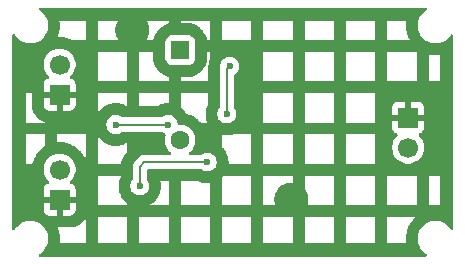
<source format=gbr>
%TF.GenerationSoftware,KiCad,Pcbnew,9.0.2*%
%TF.CreationDate,2025-06-14T21:55:15+08:00*%
%TF.ProjectId,Tiny Solar Supply,54696e79-2053-46f6-9c61-722053757070,rev?*%
%TF.SameCoordinates,Original*%
%TF.FileFunction,Copper,L2,Bot*%
%TF.FilePolarity,Positive*%
%FSLAX46Y46*%
G04 Gerber Fmt 4.6, Leading zero omitted, Abs format (unit mm)*
G04 Created by KiCad (PCBNEW 9.0.2) date 2025-06-14 21:55:15*
%MOMM*%
%LPD*%
G01*
G04 APERTURE LIST*
G04 Aperture macros list*
%AMRoundRect*
0 Rectangle with rounded corners*
0 $1 Rounding radius*
0 $2 $3 $4 $5 $6 $7 $8 $9 X,Y pos of 4 corners*
0 Add a 4 corners polygon primitive as box body*
4,1,4,$2,$3,$4,$5,$6,$7,$8,$9,$2,$3,0*
0 Add four circle primitives for the rounded corners*
1,1,$1+$1,$2,$3*
1,1,$1+$1,$4,$5*
1,1,$1+$1,$6,$7*
1,1,$1+$1,$8,$9*
0 Add four rect primitives between the rounded corners*
20,1,$1+$1,$2,$3,$4,$5,0*
20,1,$1+$1,$4,$5,$6,$7,0*
20,1,$1+$1,$6,$7,$8,$9,0*
20,1,$1+$1,$8,$9,$2,$3,0*%
G04 Aperture macros list end*
%TA.AperFunction,ComponentPad*%
%ADD10RoundRect,0.250000X-0.550000X0.550000X-0.550000X-0.550000X0.550000X-0.550000X0.550000X0.550000X0*%
%TD*%
%TA.AperFunction,ComponentPad*%
%ADD11C,1.600000*%
%TD*%
%TA.AperFunction,ComponentPad*%
%ADD12R,1.700000X1.700000*%
%TD*%
%TA.AperFunction,ComponentPad*%
%ADD13C,1.700000*%
%TD*%
%TA.AperFunction,ViaPad*%
%ADD14C,0.600000*%
%TD*%
%TA.AperFunction,Conductor*%
%ADD15C,0.200000*%
%TD*%
G04 APERTURE END LIST*
D10*
%TO.P,J3,1,Pin_1*%
%TO.N,Net-(J3-Pin_1)*%
X88887500Y-87672500D03*
D11*
%TO.P,J3,2,Pin_2*%
%TO.N,/BAT_P*%
X88887500Y-95292500D03*
%TD*%
D12*
%TO.P,J2,1,Pin_1*%
%TO.N,GNDD*%
X78680000Y-100335000D03*
D13*
%TO.P,J2,2,Pin_2*%
%TO.N,/BAT_P*%
X78680000Y-97795000D03*
%TD*%
D12*
%TO.P,J1,1,Pin_1*%
%TO.N,GNDD*%
X108187800Y-93390800D03*
D13*
%TO.P,J1,2,Pin_2*%
%TO.N,/OUT_P*%
X108187800Y-95930800D03*
%TD*%
%TO.P,J4,2,Pin_2*%
%TO.N,/SOLAR_P*%
X78680000Y-88905000D03*
D12*
%TO.P,J4,1,Pin_1*%
%TO.N,GNDD*%
X78680000Y-91445000D03*
%TD*%
D14*
%TO.N,Net-(Q1-D)*%
X85471000Y-99187000D03*
X91186000Y-97155000D03*
%TO.N,/BAT_P*%
X87884000Y-93980000D03*
X83439000Y-93980000D03*
%TO.N,GNDD*%
X84836000Y-85979000D03*
X98298000Y-100330000D03*
%TO.N,Net-(U1-FB)*%
X93091000Y-89027000D03*
X92837000Y-93091000D03*
%TD*%
D15*
%TO.N,Net-(Q1-D)*%
X85471000Y-97536000D02*
X85471000Y-99187000D01*
X91186000Y-97155000D02*
X85852000Y-97155000D01*
X85852000Y-97155000D02*
X85471000Y-97536000D01*
%TO.N,/BAT_P*%
X83439000Y-93980000D02*
X87884000Y-93980000D01*
%TO.N,Net-(U1-FB)*%
X92837000Y-93091000D02*
X92837000Y-89281000D01*
X92837000Y-89281000D02*
X93091000Y-89027000D01*
%TD*%
%TA.AperFunction,Conductor*%
%TO.N,GNDD*%
G36*
X109742424Y-84093685D02*
G01*
X109788179Y-84146489D01*
X109798123Y-84215647D01*
X109769098Y-84279203D01*
X109731681Y-84308484D01*
X109719569Y-84314655D01*
X109624028Y-84384070D01*
X109528490Y-84453483D01*
X109528488Y-84453485D01*
X109528487Y-84453485D01*
X109361485Y-84620487D01*
X109361485Y-84620488D01*
X109361483Y-84620490D01*
X109301862Y-84702550D01*
X109222657Y-84811566D01*
X109115433Y-85022003D01*
X109042446Y-85246631D01*
X109005500Y-85479902D01*
X109005500Y-85716097D01*
X109042446Y-85949368D01*
X109115433Y-86173996D01*
X109207704Y-86355087D01*
X109222657Y-86384433D01*
X109361483Y-86575510D01*
X109528490Y-86742517D01*
X109719567Y-86881343D01*
X109818991Y-86932002D01*
X109930003Y-86988566D01*
X109930005Y-86988566D01*
X109930008Y-86988568D01*
X110050412Y-87027689D01*
X110154631Y-87061553D01*
X110387903Y-87098500D01*
X110387908Y-87098500D01*
X110624097Y-87098500D01*
X110857368Y-87061553D01*
X111081992Y-86988568D01*
X111292433Y-86881343D01*
X111483510Y-86742517D01*
X111650517Y-86575510D01*
X111789343Y-86384433D01*
X111789343Y-86384431D01*
X111789682Y-86383966D01*
X111845012Y-86341301D01*
X111914626Y-86335322D01*
X111976421Y-86367928D01*
X112010778Y-86428767D01*
X112014000Y-86456852D01*
X112014000Y-102773147D01*
X111994315Y-102840186D01*
X111941511Y-102885941D01*
X111872353Y-102895885D01*
X111808797Y-102866860D01*
X111789682Y-102846033D01*
X111757243Y-102801385D01*
X111650517Y-102654490D01*
X111483510Y-102487483D01*
X111292433Y-102348657D01*
X111081996Y-102241433D01*
X110857368Y-102168446D01*
X110624097Y-102131500D01*
X110624092Y-102131500D01*
X110387908Y-102131500D01*
X110387903Y-102131500D01*
X110154631Y-102168446D01*
X109930003Y-102241433D01*
X109719566Y-102348657D01*
X109610550Y-102427862D01*
X109528490Y-102487483D01*
X109528488Y-102487485D01*
X109528487Y-102487485D01*
X109361485Y-102654487D01*
X109361485Y-102654488D01*
X109361483Y-102654490D01*
X109334054Y-102692243D01*
X109222657Y-102845566D01*
X109115433Y-103056003D01*
X109042446Y-103280631D01*
X109005500Y-103513902D01*
X109005500Y-103750097D01*
X109042446Y-103983368D01*
X109115433Y-104207996D01*
X109206541Y-104386804D01*
X109222657Y-104418433D01*
X109361483Y-104609510D01*
X109528490Y-104776517D01*
X109719567Y-104915343D01*
X109719569Y-104915344D01*
X109731681Y-104921516D01*
X109782477Y-104969491D01*
X109799271Y-105037312D01*
X109776733Y-105103447D01*
X109722017Y-105146898D01*
X109675385Y-105156000D01*
X77030615Y-105156000D01*
X76963576Y-105136315D01*
X76917821Y-105083511D01*
X76907877Y-105014353D01*
X76936902Y-104950797D01*
X76974319Y-104921516D01*
X76980813Y-104918206D01*
X76986433Y-104915343D01*
X77177510Y-104776517D01*
X77344517Y-104609510D01*
X77483343Y-104418433D01*
X77590568Y-104207992D01*
X77663553Y-103983368D01*
X77671043Y-103936076D01*
X77700500Y-103750097D01*
X77700500Y-103513902D01*
X77663553Y-103280631D01*
X77595606Y-103071513D01*
X77590568Y-103056008D01*
X77590566Y-103056005D01*
X77590566Y-103056003D01*
X77515397Y-102908477D01*
X77483343Y-102845567D01*
X77365231Y-102683000D01*
X78516290Y-102683000D01*
X78520118Y-102692243D01*
X78521891Y-102696774D01*
X78532075Y-102724383D01*
X78533668Y-102728977D01*
X78618768Y-102990883D01*
X78620182Y-102995546D01*
X78628185Y-103023925D01*
X78629416Y-103028644D01*
X78638564Y-103066763D01*
X78639606Y-103071513D01*
X78645346Y-103100375D01*
X78646201Y-103105164D01*
X78689281Y-103377154D01*
X78689949Y-103381984D01*
X78693412Y-103411256D01*
X78693889Y-103416100D01*
X78696963Y-103455180D01*
X78697250Y-103460039D01*
X78698405Y-103489453D01*
X78698500Y-103494318D01*
X78698500Y-103769682D01*
X78698405Y-103774547D01*
X78697250Y-103803961D01*
X78696963Y-103808820D01*
X78693889Y-103847900D01*
X78693412Y-103852744D01*
X78689949Y-103882016D01*
X78689281Y-103886846D01*
X78666290Y-104032000D01*
X80926000Y-104032000D01*
X81924000Y-104032000D01*
X84426000Y-104032000D01*
X85424000Y-104032000D01*
X87926000Y-104032000D01*
X88924000Y-104032000D01*
X91426000Y-104032000D01*
X92424000Y-104032000D01*
X94926000Y-104032000D01*
X95924000Y-104032000D01*
X98426000Y-104032000D01*
X99424000Y-104032000D01*
X101926000Y-104032000D01*
X102924000Y-104032000D01*
X105426000Y-104032000D01*
X106424000Y-104032000D01*
X108039710Y-104032000D01*
X108016719Y-103886846D01*
X108016051Y-103882016D01*
X108012588Y-103852744D01*
X108012111Y-103847900D01*
X108009037Y-103808820D01*
X108008750Y-103803961D01*
X108007595Y-103774547D01*
X108007500Y-103769682D01*
X108007500Y-103494318D01*
X108007595Y-103489453D01*
X108008750Y-103460039D01*
X108009037Y-103455180D01*
X108012111Y-103416100D01*
X108012588Y-103411256D01*
X108016051Y-103381984D01*
X108016719Y-103377154D01*
X108059799Y-103105164D01*
X108060654Y-103100375D01*
X108066394Y-103071513D01*
X108067436Y-103066763D01*
X108076584Y-103028644D01*
X108077815Y-103023925D01*
X108085818Y-102995546D01*
X108087232Y-102990883D01*
X108172332Y-102728977D01*
X108173925Y-102724383D01*
X108184109Y-102696774D01*
X108185882Y-102692243D01*
X108200880Y-102656027D01*
X108202834Y-102651560D01*
X108215177Y-102624784D01*
X108217303Y-102620400D01*
X108342330Y-102375022D01*
X108344625Y-102370729D01*
X108359015Y-102345033D01*
X108361477Y-102340832D01*
X108381959Y-102307408D01*
X108384584Y-102303307D01*
X108400952Y-102278810D01*
X108403737Y-102274814D01*
X108565607Y-102052020D01*
X108568547Y-102048137D01*
X108586785Y-102025003D01*
X108589873Y-102021240D01*
X108615331Y-101991433D01*
X108618566Y-101987793D01*
X108638559Y-101966165D01*
X108641933Y-101962656D01*
X108782589Y-101822000D01*
X106424000Y-101822000D01*
X106424000Y-104032000D01*
X105426000Y-104032000D01*
X105426000Y-101822000D01*
X102924000Y-101822000D01*
X102924000Y-104032000D01*
X101926000Y-104032000D01*
X101926000Y-101822000D01*
X99424000Y-101822000D01*
X99424000Y-104032000D01*
X98426000Y-104032000D01*
X98426000Y-101822000D01*
X95924000Y-101822000D01*
X95924000Y-104032000D01*
X94926000Y-104032000D01*
X94926000Y-101822000D01*
X92424000Y-101822000D01*
X92424000Y-104032000D01*
X91426000Y-104032000D01*
X91426000Y-101822000D01*
X88924000Y-101822000D01*
X88924000Y-104032000D01*
X87926000Y-104032000D01*
X87926000Y-101822000D01*
X85424000Y-101822000D01*
X85424000Y-104032000D01*
X84426000Y-104032000D01*
X84426000Y-101822000D01*
X81924000Y-101822000D01*
X81924000Y-104032000D01*
X80926000Y-104032000D01*
X80926000Y-101822000D01*
X80890499Y-101822000D01*
X80870323Y-101866177D01*
X80866362Y-101874091D01*
X80832185Y-101936681D01*
X80827667Y-101944295D01*
X80798703Y-101989362D01*
X80793655Y-101996632D01*
X80664757Y-102168816D01*
X80659204Y-102175707D01*
X80624124Y-102216192D01*
X80618092Y-102222671D01*
X80567671Y-102273092D01*
X80561192Y-102279124D01*
X80520707Y-102314204D01*
X80513816Y-102319757D01*
X80341632Y-102448655D01*
X80334362Y-102453703D01*
X80289295Y-102482667D01*
X80281681Y-102487185D01*
X80219091Y-102521362D01*
X80211177Y-102525323D01*
X80162441Y-102547581D01*
X80154261Y-102550970D01*
X79956904Y-102624579D01*
X79949564Y-102627058D01*
X79904695Y-102640668D01*
X79897212Y-102642685D01*
X79836501Y-102657028D01*
X79828916Y-102658572D01*
X79782738Y-102666478D01*
X79775069Y-102667545D01*
X79671217Y-102678711D01*
X79667905Y-102679023D01*
X79647856Y-102680636D01*
X79644542Y-102680858D01*
X79617855Y-102682287D01*
X79614539Y-102682420D01*
X79594491Y-102682956D01*
X79591177Y-102683000D01*
X78729454Y-102683000D01*
X78682000Y-102673561D01*
X78680000Y-102672732D01*
X78678000Y-102673561D01*
X78630546Y-102683000D01*
X78516290Y-102683000D01*
X77365231Y-102683000D01*
X77344517Y-102654490D01*
X77177510Y-102487483D01*
X76986433Y-102348657D01*
X76775996Y-102241433D01*
X76551368Y-102168446D01*
X76318097Y-102131500D01*
X76318092Y-102131500D01*
X76081908Y-102131500D01*
X76081903Y-102131500D01*
X75848631Y-102168446D01*
X75624003Y-102241433D01*
X75413566Y-102348657D01*
X75304550Y-102427862D01*
X75222490Y-102487483D01*
X75222488Y-102487485D01*
X75222487Y-102487485D01*
X75055485Y-102654487D01*
X75055485Y-102654488D01*
X75055483Y-102654490D01*
X75028054Y-102692243D01*
X74916655Y-102845569D01*
X74910484Y-102857681D01*
X74862509Y-102908477D01*
X74794688Y-102925271D01*
X74728553Y-102902733D01*
X74685102Y-102848017D01*
X74676000Y-102801385D01*
X74676000Y-97688713D01*
X77329500Y-97688713D01*
X77329500Y-97901286D01*
X77362753Y-98111239D01*
X77428444Y-98313414D01*
X77524951Y-98502820D01*
X77649890Y-98674786D01*
X77763818Y-98788714D01*
X77797303Y-98850037D01*
X77792319Y-98919729D01*
X77750447Y-98975662D01*
X77719471Y-98992577D01*
X77587912Y-99041646D01*
X77587906Y-99041649D01*
X77472812Y-99127809D01*
X77472809Y-99127812D01*
X77386649Y-99242906D01*
X77386645Y-99242913D01*
X77336403Y-99377620D01*
X77336401Y-99377627D01*
X77330000Y-99437155D01*
X77330000Y-100085000D01*
X78246988Y-100085000D01*
X78214075Y-100142007D01*
X78180000Y-100269174D01*
X78180000Y-100400826D01*
X78214075Y-100527993D01*
X78246988Y-100585000D01*
X77330000Y-100585000D01*
X77330000Y-101232844D01*
X77336401Y-101292372D01*
X77336403Y-101292379D01*
X77386645Y-101427086D01*
X77386649Y-101427093D01*
X77472809Y-101542187D01*
X77472812Y-101542190D01*
X77587906Y-101628350D01*
X77587913Y-101628354D01*
X77722620Y-101678596D01*
X77722627Y-101678598D01*
X77782155Y-101684999D01*
X77782172Y-101685000D01*
X78430000Y-101685000D01*
X78430000Y-100768012D01*
X78487007Y-100800925D01*
X78614174Y-100835000D01*
X78745826Y-100835000D01*
X78872993Y-100800925D01*
X78930000Y-100768012D01*
X78930000Y-101685000D01*
X79577828Y-101685000D01*
X79577844Y-101684999D01*
X79637372Y-101678598D01*
X79637379Y-101678596D01*
X79772086Y-101628354D01*
X79772093Y-101628350D01*
X79887187Y-101542190D01*
X79887190Y-101542187D01*
X79973350Y-101427093D01*
X79973354Y-101427086D01*
X80023596Y-101292379D01*
X80023598Y-101292372D01*
X80029999Y-101232844D01*
X80030000Y-101232827D01*
X80030000Y-100824000D01*
X81924000Y-100824000D01*
X84426000Y-100824000D01*
X86218640Y-100824000D01*
X87926000Y-100824000D01*
X88924000Y-100824000D01*
X91426000Y-100824000D01*
X91426000Y-98940665D01*
X91393080Y-98945549D01*
X91387039Y-98946294D01*
X91338267Y-98951097D01*
X91332197Y-98951545D01*
X91295425Y-98953351D01*
X91289342Y-98953500D01*
X91082658Y-98953500D01*
X91076575Y-98953351D01*
X91039803Y-98951545D01*
X91033733Y-98951097D01*
X90984961Y-98946294D01*
X90978920Y-98945549D01*
X90942489Y-98940145D01*
X90936492Y-98939104D01*
X90733765Y-98898779D01*
X90727823Y-98897445D01*
X90692097Y-98888495D01*
X90686233Y-98886872D01*
X90639338Y-98872646D01*
X90633560Y-98870737D01*
X90598899Y-98858335D01*
X90593222Y-98856145D01*
X90402272Y-98777052D01*
X90396708Y-98774586D01*
X90363426Y-98758845D01*
X90357991Y-98756109D01*
X90353110Y-98753500D01*
X88924000Y-98753500D01*
X88924000Y-100824000D01*
X87926000Y-100824000D01*
X87926000Y-98753500D01*
X87218506Y-98753500D01*
X87255104Y-98937492D01*
X87256145Y-98943489D01*
X87261549Y-98979920D01*
X87262294Y-98985961D01*
X87267097Y-99034733D01*
X87267545Y-99040803D01*
X87269351Y-99077575D01*
X87269500Y-99083658D01*
X87269500Y-99290342D01*
X87269351Y-99296425D01*
X87267545Y-99333197D01*
X87267097Y-99339267D01*
X87262294Y-99388039D01*
X87261549Y-99394080D01*
X87256145Y-99430511D01*
X87255104Y-99436508D01*
X87214779Y-99639235D01*
X87213445Y-99645177D01*
X87204495Y-99680903D01*
X87202872Y-99686767D01*
X87188646Y-99733662D01*
X87186737Y-99739440D01*
X87174335Y-99774101D01*
X87172145Y-99779778D01*
X87093052Y-99970728D01*
X87090586Y-99976292D01*
X87074845Y-100009574D01*
X87072109Y-100015009D01*
X87049008Y-100058230D01*
X87046009Y-100063525D01*
X87027074Y-100095118D01*
X87023816Y-100100263D01*
X86908983Y-100272122D01*
X86905478Y-100277098D01*
X86883545Y-100306671D01*
X86879801Y-100311469D01*
X86848712Y-100349351D01*
X86844738Y-100353958D01*
X86820007Y-100381245D01*
X86815809Y-100385654D01*
X86669654Y-100531809D01*
X86665245Y-100536007D01*
X86637958Y-100560738D01*
X86633351Y-100564712D01*
X86595469Y-100595801D01*
X86590671Y-100599545D01*
X86561098Y-100621478D01*
X86556122Y-100624983D01*
X86384263Y-100739816D01*
X86379118Y-100743074D01*
X86347525Y-100762009D01*
X86342230Y-100765008D01*
X86299009Y-100788109D01*
X86293574Y-100790845D01*
X86260292Y-100806586D01*
X86254728Y-100809052D01*
X86218640Y-100824000D01*
X84426000Y-100824000D01*
X84426000Y-100651790D01*
X84385879Y-100624983D01*
X84380902Y-100621478D01*
X84351329Y-100599545D01*
X84346531Y-100595801D01*
X84308649Y-100564712D01*
X84304042Y-100560738D01*
X84276755Y-100536007D01*
X84272346Y-100531809D01*
X84126191Y-100385654D01*
X84121993Y-100381245D01*
X84097262Y-100353958D01*
X84093288Y-100349351D01*
X84062199Y-100311469D01*
X84058455Y-100306671D01*
X84036522Y-100277098D01*
X84033017Y-100272122D01*
X83918184Y-100100263D01*
X83914926Y-100095118D01*
X83895991Y-100063525D01*
X83892992Y-100058230D01*
X83869891Y-100015009D01*
X83867155Y-100009574D01*
X83851414Y-99976292D01*
X83848948Y-99970728D01*
X83769855Y-99779778D01*
X83767665Y-99774101D01*
X83755263Y-99739440D01*
X83753354Y-99733662D01*
X83739128Y-99686767D01*
X83737505Y-99680903D01*
X83728555Y-99645177D01*
X83727221Y-99639235D01*
X83686896Y-99436508D01*
X83685855Y-99430511D01*
X83680451Y-99394080D01*
X83679706Y-99388039D01*
X83674903Y-99339267D01*
X83674455Y-99333197D01*
X83672649Y-99296425D01*
X83672500Y-99290342D01*
X83672500Y-99083658D01*
X83672649Y-99077575D01*
X83674455Y-99040803D01*
X83674903Y-99034733D01*
X83679706Y-98985961D01*
X83680451Y-98979920D01*
X83685855Y-98943489D01*
X83686896Y-98937492D01*
X83727221Y-98734765D01*
X83728555Y-98728823D01*
X83737505Y-98693097D01*
X83739128Y-98687233D01*
X83753354Y-98640338D01*
X83755263Y-98634560D01*
X83767665Y-98599899D01*
X83769855Y-98594222D01*
X83848948Y-98403272D01*
X83851414Y-98397708D01*
X83867155Y-98364426D01*
X83869890Y-98358992D01*
X83872500Y-98354108D01*
X83872500Y-98322000D01*
X81924000Y-98322000D01*
X81924000Y-100824000D01*
X80030000Y-100824000D01*
X80030000Y-100585000D01*
X79113012Y-100585000D01*
X79145925Y-100527993D01*
X79180000Y-100400826D01*
X79180000Y-100269174D01*
X79145925Y-100142007D01*
X79113012Y-100085000D01*
X80030000Y-100085000D01*
X80030000Y-99437172D01*
X80029999Y-99437155D01*
X80023598Y-99377627D01*
X80023596Y-99377620D01*
X79973354Y-99242913D01*
X79973350Y-99242906D01*
X79887190Y-99127812D01*
X79887187Y-99127809D01*
X79772093Y-99041649D01*
X79772088Y-99041646D01*
X79640528Y-98992577D01*
X79584595Y-98950705D01*
X79560178Y-98885241D01*
X79575030Y-98816968D01*
X79596175Y-98788720D01*
X79710104Y-98674792D01*
X79835051Y-98502816D01*
X79931557Y-98313412D01*
X79997246Y-98111243D01*
X80030500Y-97901287D01*
X80030500Y-97688713D01*
X79997246Y-97478757D01*
X79946962Y-97324000D01*
X81924000Y-97324000D01*
X83881390Y-97324000D01*
X83885306Y-97294259D01*
X83886628Y-97286255D01*
X83896207Y-97238102D01*
X83898049Y-97230201D01*
X83955886Y-97014352D01*
X83958241Y-97006589D01*
X83974020Y-96960104D01*
X83976877Y-96952513D01*
X84001887Y-96892126D01*
X84005237Y-96884731D01*
X84026963Y-96840674D01*
X84030789Y-96833516D01*
X84076071Y-96755087D01*
X84142526Y-96639982D01*
X84146812Y-96633090D01*
X84174100Y-96592251D01*
X84178829Y-96585652D01*
X84218620Y-96533799D01*
X84223766Y-96527529D01*
X84256137Y-96490618D01*
X84261683Y-96484697D01*
X84426000Y-96320380D01*
X84426000Y-95578500D01*
X84271890Y-95578500D01*
X84267009Y-95581109D01*
X84261574Y-95583845D01*
X84228292Y-95599586D01*
X84222728Y-95602052D01*
X84031778Y-95681145D01*
X84026101Y-95683335D01*
X83991440Y-95695737D01*
X83985662Y-95697646D01*
X83938767Y-95711872D01*
X83932903Y-95713495D01*
X83897177Y-95722445D01*
X83891235Y-95723779D01*
X83688508Y-95764104D01*
X83682511Y-95765145D01*
X83646080Y-95770549D01*
X83640039Y-95771294D01*
X83591267Y-95776097D01*
X83585197Y-95776545D01*
X83548425Y-95778351D01*
X83542342Y-95778500D01*
X83335658Y-95778500D01*
X83329575Y-95778351D01*
X83292803Y-95776545D01*
X83286733Y-95776097D01*
X83237961Y-95771294D01*
X83231920Y-95770549D01*
X83195489Y-95765145D01*
X83189492Y-95764104D01*
X82986765Y-95723779D01*
X82980823Y-95722445D01*
X82945097Y-95713495D01*
X82939233Y-95711872D01*
X82892338Y-95697646D01*
X82886560Y-95695737D01*
X82851899Y-95683335D01*
X82846222Y-95681145D01*
X82655272Y-95602052D01*
X82649708Y-95599586D01*
X82616426Y-95583845D01*
X82610991Y-95581109D01*
X82567770Y-95558008D01*
X82562475Y-95555009D01*
X82530882Y-95536074D01*
X82525737Y-95532816D01*
X82353878Y-95417983D01*
X82348902Y-95414478D01*
X82319329Y-95392545D01*
X82314531Y-95388801D01*
X82276649Y-95357712D01*
X82272042Y-95353738D01*
X82244755Y-95329007D01*
X82240346Y-95324809D01*
X82094191Y-95178654D01*
X82089993Y-95174245D01*
X82065262Y-95146958D01*
X82061288Y-95142351D01*
X82030199Y-95104469D01*
X82026455Y-95099671D01*
X82004522Y-95070098D01*
X82001017Y-95065122D01*
X81924000Y-94949858D01*
X81924000Y-97324000D01*
X79946962Y-97324000D01*
X79931557Y-97276588D01*
X79835051Y-97087184D01*
X79835049Y-97087181D01*
X79835048Y-97087179D01*
X79710109Y-96915213D01*
X79559786Y-96764890D01*
X79387820Y-96639951D01*
X79198414Y-96543444D01*
X79198413Y-96543443D01*
X79198412Y-96543443D01*
X78996243Y-96477754D01*
X78996241Y-96477753D01*
X78996240Y-96477753D01*
X78834957Y-96452208D01*
X78786287Y-96444500D01*
X78573713Y-96444500D01*
X78525042Y-96452208D01*
X78363760Y-96477753D01*
X78161585Y-96543444D01*
X77972179Y-96639951D01*
X77800213Y-96764890D01*
X77649890Y-96915213D01*
X77524951Y-97087179D01*
X77428444Y-97276585D01*
X77362753Y-97478760D01*
X77329500Y-97688713D01*
X74676000Y-97688713D01*
X74676000Y-97324000D01*
X75800000Y-97324000D01*
X76376825Y-97324000D01*
X76380108Y-97303272D01*
X76380964Y-97298477D01*
X76386713Y-97269577D01*
X76387758Y-97264817D01*
X76396911Y-97226700D01*
X76398138Y-97221995D01*
X76406131Y-97193653D01*
X76407545Y-97188993D01*
X76485342Y-96949560D01*
X76486936Y-96944963D01*
X76497121Y-96917353D01*
X76498893Y-96912825D01*
X76513891Y-96876608D01*
X76515846Y-96872139D01*
X76528189Y-96845364D01*
X76530314Y-96840981D01*
X76644622Y-96616639D01*
X76646917Y-96612346D01*
X76661307Y-96586650D01*
X76663769Y-96582450D01*
X76684250Y-96549027D01*
X76686874Y-96544927D01*
X76703240Y-96520432D01*
X76706026Y-96516435D01*
X76854025Y-96312731D01*
X76856968Y-96308843D01*
X76875227Y-96285684D01*
X76878317Y-96281919D01*
X76903778Y-96252112D01*
X76907012Y-96248473D01*
X76926986Y-96226868D01*
X76930356Y-96223364D01*
X77108364Y-96045356D01*
X77111868Y-96041986D01*
X77133473Y-96022012D01*
X77137112Y-96018778D01*
X77166919Y-95993317D01*
X77170684Y-95990227D01*
X77193843Y-95971968D01*
X77197731Y-95969025D01*
X77401435Y-95821026D01*
X77405432Y-95818240D01*
X77426000Y-95804497D01*
X77426000Y-95457772D01*
X78424000Y-95457772D01*
X78436942Y-95455723D01*
X78441764Y-95455056D01*
X78470997Y-95451596D01*
X78475835Y-95451119D01*
X78514914Y-95448041D01*
X78519779Y-95447754D01*
X78549231Y-95446596D01*
X78554103Y-95446500D01*
X78805897Y-95446500D01*
X78810769Y-95446596D01*
X78840221Y-95447754D01*
X78845086Y-95448041D01*
X78884165Y-95451119D01*
X78889003Y-95451596D01*
X78918236Y-95455056D01*
X78923059Y-95455723D01*
X79171728Y-95495108D01*
X79176523Y-95495964D01*
X79205423Y-95501713D01*
X79210183Y-95502758D01*
X79248300Y-95511911D01*
X79253005Y-95513138D01*
X79281347Y-95521131D01*
X79286007Y-95522545D01*
X79525440Y-95600342D01*
X79530037Y-95601936D01*
X79557647Y-95612121D01*
X79562175Y-95613893D01*
X79598392Y-95628891D01*
X79602861Y-95630846D01*
X79629636Y-95643189D01*
X79634019Y-95645314D01*
X79858361Y-95759622D01*
X79862654Y-95761917D01*
X79888350Y-95776307D01*
X79892550Y-95778769D01*
X79925973Y-95799250D01*
X79930073Y-95801874D01*
X79954568Y-95818240D01*
X79958565Y-95821026D01*
X80162269Y-95969025D01*
X80166157Y-95971968D01*
X80189316Y-95990227D01*
X80193081Y-95993317D01*
X80222888Y-96018778D01*
X80226527Y-96022012D01*
X80248132Y-96041986D01*
X80251636Y-96045356D01*
X80429644Y-96223364D01*
X80433014Y-96226868D01*
X80452988Y-96248473D01*
X80456222Y-96252112D01*
X80481683Y-96281919D01*
X80484773Y-96285684D01*
X80503032Y-96308843D01*
X80505975Y-96312731D01*
X80653974Y-96516435D01*
X80656760Y-96520432D01*
X80673126Y-96544927D01*
X80675750Y-96549027D01*
X80696231Y-96582450D01*
X80698693Y-96586650D01*
X80713083Y-96612346D01*
X80715378Y-96616639D01*
X80829686Y-96840981D01*
X80831811Y-96845364D01*
X80844154Y-96872139D01*
X80846109Y-96876608D01*
X80861107Y-96912825D01*
X80862879Y-96917353D01*
X80873064Y-96944963D01*
X80874658Y-96949560D01*
X80926000Y-97107573D01*
X80926000Y-94822000D01*
X78424000Y-94822000D01*
X78424000Y-95457772D01*
X77426000Y-95457772D01*
X77426000Y-94822000D01*
X75800000Y-94822000D01*
X75800000Y-97324000D01*
X74676000Y-97324000D01*
X74676000Y-93901153D01*
X82638500Y-93901153D01*
X82638500Y-94058846D01*
X82669261Y-94213489D01*
X82669264Y-94213501D01*
X82729602Y-94359172D01*
X82729609Y-94359185D01*
X82817210Y-94490288D01*
X82817213Y-94490292D01*
X82928707Y-94601786D01*
X82928711Y-94601789D01*
X83059814Y-94689390D01*
X83059827Y-94689397D01*
X83205498Y-94749735D01*
X83205503Y-94749737D01*
X83360153Y-94780499D01*
X83360156Y-94780500D01*
X83360158Y-94780500D01*
X83517844Y-94780500D01*
X83517845Y-94780499D01*
X83672497Y-94749737D01*
X83818179Y-94689394D01*
X83833371Y-94679243D01*
X83949875Y-94601398D01*
X84016553Y-94580520D01*
X84018766Y-94580500D01*
X87304234Y-94580500D01*
X87371273Y-94600185D01*
X87373125Y-94601398D01*
X87504814Y-94689390D01*
X87504818Y-94689392D01*
X87504821Y-94689394D01*
X87585082Y-94722639D01*
X87639483Y-94766478D01*
X87661549Y-94832772D01*
X87655559Y-94875517D01*
X87619023Y-94987961D01*
X87619023Y-94987964D01*
X87587000Y-95190148D01*
X87587000Y-95394852D01*
X87590109Y-95414478D01*
X87619022Y-95597034D01*
X87682281Y-95791723D01*
X87746191Y-95917153D01*
X87768408Y-95960755D01*
X87775215Y-95974113D01*
X87895528Y-96139713D01*
X88040286Y-96284471D01*
X88103203Y-96330182D01*
X88145869Y-96385511D01*
X88151848Y-96455125D01*
X88119243Y-96516920D01*
X88058404Y-96551277D01*
X88030318Y-96554500D01*
X85772941Y-96554500D01*
X85748769Y-96560976D01*
X85748770Y-96560977D01*
X85620214Y-96595423D01*
X85620209Y-96595426D01*
X85483290Y-96674475D01*
X85483282Y-96674481D01*
X84990481Y-97167282D01*
X84990479Y-97167285D01*
X84977946Y-97188993D01*
X84943853Y-97248046D01*
X84940361Y-97254094D01*
X84940359Y-97254096D01*
X84911425Y-97304209D01*
X84911424Y-97304210D01*
X84895544Y-97363472D01*
X84870499Y-97456943D01*
X84870499Y-97456945D01*
X84870499Y-97625046D01*
X84870500Y-97625059D01*
X84870500Y-98607234D01*
X84850815Y-98674273D01*
X84849602Y-98676125D01*
X84761609Y-98807814D01*
X84761602Y-98807827D01*
X84701264Y-98953498D01*
X84701261Y-98953510D01*
X84670500Y-99108153D01*
X84670500Y-99265846D01*
X84701261Y-99420489D01*
X84701264Y-99420501D01*
X84761602Y-99566172D01*
X84761609Y-99566185D01*
X84849210Y-99697288D01*
X84849213Y-99697292D01*
X84960707Y-99808786D01*
X84960711Y-99808789D01*
X85091814Y-99896390D01*
X85091827Y-99896397D01*
X85237498Y-99956735D01*
X85237503Y-99956737D01*
X85372386Y-99983567D01*
X85392153Y-99987499D01*
X85392156Y-99987500D01*
X85392158Y-99987500D01*
X85549844Y-99987500D01*
X85549845Y-99987499D01*
X85704497Y-99956737D01*
X85850179Y-99896394D01*
X85981289Y-99808789D01*
X86092789Y-99697289D01*
X86180394Y-99566179D01*
X86240737Y-99420497D01*
X86271500Y-99265842D01*
X86271500Y-99108158D01*
X86271500Y-99108155D01*
X86271499Y-99108153D01*
X86256895Y-99034733D01*
X86240737Y-98953503D01*
X86228573Y-98924137D01*
X86180397Y-98807827D01*
X86180390Y-98807814D01*
X86092398Y-98676125D01*
X86071520Y-98609447D01*
X86071500Y-98607234D01*
X86071500Y-98460463D01*
X92424000Y-98460463D01*
X92424000Y-100824000D01*
X94926000Y-100824000D01*
X95924000Y-100824000D01*
X96944626Y-100824000D01*
X96896679Y-100676433D01*
X96892137Y-100657513D01*
X96859738Y-100452953D01*
X96858211Y-100433555D01*
X96858211Y-100226445D01*
X96859738Y-100207047D01*
X96892137Y-100002487D01*
X96896679Y-99983567D01*
X96960679Y-99786594D01*
X96968125Y-99768617D01*
X97062151Y-99584081D01*
X97072318Y-99567491D01*
X97172000Y-99430290D01*
X99424000Y-99430290D01*
X99523682Y-99567491D01*
X99533849Y-99584081D01*
X99627875Y-99768617D01*
X99635321Y-99786594D01*
X99699321Y-99983567D01*
X99703863Y-100002487D01*
X99736262Y-100207047D01*
X99737789Y-100226445D01*
X99737789Y-100433555D01*
X99736262Y-100452953D01*
X99703863Y-100657513D01*
X99699321Y-100676433D01*
X99651374Y-100824000D01*
X101926000Y-100824000D01*
X102924000Y-100824000D01*
X105426000Y-100824000D01*
X106424000Y-100824000D01*
X108926000Y-100824000D01*
X109924000Y-100824000D01*
X110890000Y-100824000D01*
X110890000Y-98322000D01*
X109924000Y-98322000D01*
X109924000Y-100824000D01*
X108926000Y-100824000D01*
X108926000Y-98322000D01*
X106424000Y-98322000D01*
X106424000Y-100824000D01*
X105426000Y-100824000D01*
X105426000Y-98322000D01*
X102924000Y-98322000D01*
X102924000Y-100824000D01*
X101926000Y-100824000D01*
X101926000Y-98322000D01*
X99424000Y-98322000D01*
X99424000Y-99430290D01*
X97172000Y-99430290D01*
X97194054Y-99399936D01*
X97206691Y-99385140D01*
X97353140Y-99238691D01*
X97367936Y-99226054D01*
X97535491Y-99104318D01*
X97552081Y-99094151D01*
X97736617Y-99000125D01*
X97754594Y-98992679D01*
X97951567Y-98928679D01*
X97970487Y-98924137D01*
X98175047Y-98891738D01*
X98194445Y-98890211D01*
X98401555Y-98890211D01*
X98420953Y-98891738D01*
X98426000Y-98892537D01*
X98426000Y-98322000D01*
X95924000Y-98322000D01*
X95924000Y-100824000D01*
X94926000Y-100824000D01*
X94926000Y-98322000D01*
X92559700Y-98322000D01*
X92535007Y-98349245D01*
X92530809Y-98353654D01*
X92424000Y-98460463D01*
X86071500Y-98460463D01*
X86071500Y-97879500D01*
X86091185Y-97812461D01*
X86143989Y-97766706D01*
X86195500Y-97755500D01*
X90606234Y-97755500D01*
X90673273Y-97775185D01*
X90675125Y-97776398D01*
X90806814Y-97864390D01*
X90806827Y-97864397D01*
X90895889Y-97901287D01*
X90952503Y-97924737D01*
X91107153Y-97955499D01*
X91107156Y-97955500D01*
X91107158Y-97955500D01*
X91264844Y-97955500D01*
X91264845Y-97955499D01*
X91419497Y-97924737D01*
X91565179Y-97864394D01*
X91696289Y-97776789D01*
X91807789Y-97665289D01*
X91895394Y-97534179D01*
X91955737Y-97388497D01*
X91986500Y-97233842D01*
X91986500Y-97076158D01*
X91986500Y-97076155D01*
X91986499Y-97076153D01*
X91961318Y-96949560D01*
X91955737Y-96921503D01*
X91953130Y-96915208D01*
X91895397Y-96775827D01*
X91895390Y-96775814D01*
X91807789Y-96644711D01*
X91807786Y-96644707D01*
X91696292Y-96533213D01*
X91696288Y-96533210D01*
X91565185Y-96445609D01*
X91565172Y-96445602D01*
X91419501Y-96385264D01*
X91419489Y-96385261D01*
X91264845Y-96354500D01*
X91264842Y-96354500D01*
X91107158Y-96354500D01*
X91107155Y-96354500D01*
X90952510Y-96385261D01*
X90952498Y-96385264D01*
X90806827Y-96445602D01*
X90806814Y-96445609D01*
X90675125Y-96533602D01*
X90608447Y-96554480D01*
X90606234Y-96554500D01*
X89744682Y-96554500D01*
X89677643Y-96534815D01*
X89631888Y-96482011D01*
X89621944Y-96412853D01*
X89650969Y-96349297D01*
X89671797Y-96330182D01*
X89734713Y-96284471D01*
X89734715Y-96284468D01*
X89734719Y-96284466D01*
X89879466Y-96139719D01*
X89879468Y-96139715D01*
X89879471Y-96139713D01*
X89948024Y-96045356D01*
X89999787Y-95974110D01*
X90092720Y-95791719D01*
X90155977Y-95597034D01*
X90188000Y-95394852D01*
X90188000Y-95190148D01*
X90155977Y-94987965D01*
X90108739Y-94842583D01*
X92424000Y-94842583D01*
X92424000Y-95849537D01*
X92530809Y-95956346D01*
X92535007Y-95960755D01*
X92559738Y-95988042D01*
X92563712Y-95992649D01*
X92594801Y-96030531D01*
X92598545Y-96035329D01*
X92620478Y-96064902D01*
X92623983Y-96069878D01*
X92738816Y-96241737D01*
X92742074Y-96246882D01*
X92761009Y-96278475D01*
X92764008Y-96283770D01*
X92787109Y-96326991D01*
X92789845Y-96332426D01*
X92805586Y-96365708D01*
X92808052Y-96371272D01*
X92887145Y-96562222D01*
X92889335Y-96567899D01*
X92901737Y-96602560D01*
X92903646Y-96608338D01*
X92917872Y-96655233D01*
X92919495Y-96661097D01*
X92928445Y-96696823D01*
X92929779Y-96702765D01*
X92970104Y-96905492D01*
X92971145Y-96911489D01*
X92976549Y-96947920D01*
X92977294Y-96953961D01*
X92982097Y-97002733D01*
X92982545Y-97008803D01*
X92984351Y-97045575D01*
X92984500Y-97051658D01*
X92984500Y-97258342D01*
X92984351Y-97264425D01*
X92982545Y-97301197D01*
X92982097Y-97307267D01*
X92980449Y-97324000D01*
X94926000Y-97324000D01*
X95924000Y-97324000D01*
X98426000Y-97324000D01*
X99424000Y-97324000D01*
X101926000Y-97324000D01*
X102924000Y-97324000D01*
X105426000Y-97324000D01*
X105426000Y-95824513D01*
X106837300Y-95824513D01*
X106837300Y-96037087D01*
X106842494Y-96069878D01*
X106869713Y-96241737D01*
X106870554Y-96247043D01*
X106935072Y-96445609D01*
X106936244Y-96449214D01*
X107032751Y-96638620D01*
X107157690Y-96810586D01*
X107308013Y-96960909D01*
X107479979Y-97085848D01*
X107479981Y-97085849D01*
X107479984Y-97085851D01*
X107669388Y-97182357D01*
X107871557Y-97248046D01*
X108081513Y-97281300D01*
X108081514Y-97281300D01*
X108294086Y-97281300D01*
X108294087Y-97281300D01*
X108504043Y-97248046D01*
X108706212Y-97182357D01*
X108895616Y-97085851D01*
X108917589Y-97069886D01*
X109067586Y-96960909D01*
X109067588Y-96960906D01*
X109067592Y-96960904D01*
X109217904Y-96810592D01*
X109217906Y-96810588D01*
X109217909Y-96810586D01*
X109338426Y-96644707D01*
X109342851Y-96638616D01*
X109439357Y-96449212D01*
X109505046Y-96247043D01*
X109538300Y-96037087D01*
X109538300Y-95824513D01*
X109505046Y-95614557D01*
X109439357Y-95412388D01*
X109342851Y-95222984D01*
X109342849Y-95222981D01*
X109342848Y-95222979D01*
X109217909Y-95051013D01*
X109103981Y-94937085D01*
X109070496Y-94875762D01*
X109075480Y-94806070D01*
X109117352Y-94750137D01*
X109148329Y-94733222D01*
X109279886Y-94684154D01*
X109279893Y-94684150D01*
X109394987Y-94597990D01*
X109394990Y-94597987D01*
X109481150Y-94482893D01*
X109481154Y-94482886D01*
X109531396Y-94348179D01*
X109531398Y-94348172D01*
X109537799Y-94288644D01*
X109537800Y-94288627D01*
X109537800Y-93640800D01*
X108620812Y-93640800D01*
X108653725Y-93583793D01*
X108687800Y-93456626D01*
X108687800Y-93324974D01*
X108653725Y-93197807D01*
X108620812Y-93140800D01*
X109537800Y-93140800D01*
X109537800Y-92492972D01*
X109537799Y-92492955D01*
X109531398Y-92433427D01*
X109531396Y-92433420D01*
X109481154Y-92298713D01*
X109481150Y-92298706D01*
X109394990Y-92183612D01*
X109394987Y-92183609D01*
X109279893Y-92097449D01*
X109279886Y-92097445D01*
X109145179Y-92047203D01*
X109145172Y-92047201D01*
X109085644Y-92040800D01*
X108437800Y-92040800D01*
X108437800Y-92957788D01*
X108380793Y-92924875D01*
X108253626Y-92890800D01*
X108121974Y-92890800D01*
X107994807Y-92924875D01*
X107937800Y-92957788D01*
X107937800Y-92040800D01*
X107289955Y-92040800D01*
X107230427Y-92047201D01*
X107230420Y-92047203D01*
X107095713Y-92097445D01*
X107095706Y-92097449D01*
X106980612Y-92183609D01*
X106980609Y-92183612D01*
X106894449Y-92298706D01*
X106894445Y-92298713D01*
X106844203Y-92433420D01*
X106844201Y-92433427D01*
X106837800Y-92492955D01*
X106837800Y-93140800D01*
X107754788Y-93140800D01*
X107721875Y-93197807D01*
X107687800Y-93324974D01*
X107687800Y-93456626D01*
X107721875Y-93583793D01*
X107754788Y-93640800D01*
X106837800Y-93640800D01*
X106837800Y-94288644D01*
X106844201Y-94348172D01*
X106844203Y-94348179D01*
X106894445Y-94482886D01*
X106894449Y-94482893D01*
X106980609Y-94597987D01*
X106980612Y-94597990D01*
X107095706Y-94684150D01*
X107095713Y-94684154D01*
X107227270Y-94733222D01*
X107283204Y-94775093D01*
X107307621Y-94840558D01*
X107292769Y-94908831D01*
X107271619Y-94937085D01*
X107157689Y-95051015D01*
X107032751Y-95222979D01*
X106936244Y-95412385D01*
X106936243Y-95412387D01*
X106936243Y-95412388D01*
X106922379Y-95455056D01*
X106870553Y-95614560D01*
X106853466Y-95722445D01*
X106837300Y-95824513D01*
X105426000Y-95824513D01*
X105426000Y-94822000D01*
X102924000Y-94822000D01*
X102924000Y-97324000D01*
X101926000Y-97324000D01*
X101926000Y-94822000D01*
X99424000Y-94822000D01*
X99424000Y-97324000D01*
X98426000Y-97324000D01*
X98426000Y-94822000D01*
X95924000Y-94822000D01*
X95924000Y-97324000D01*
X94926000Y-97324000D01*
X94926000Y-94822000D01*
X93339641Y-94822000D01*
X93336767Y-94822872D01*
X93330903Y-94824495D01*
X93295177Y-94833445D01*
X93289235Y-94834779D01*
X93086508Y-94875104D01*
X93080511Y-94876145D01*
X93044080Y-94881549D01*
X93038039Y-94882294D01*
X92989267Y-94887097D01*
X92983197Y-94887545D01*
X92946425Y-94889351D01*
X92940342Y-94889500D01*
X92733658Y-94889500D01*
X92727575Y-94889351D01*
X92690803Y-94887545D01*
X92684733Y-94887097D01*
X92635961Y-94882294D01*
X92629920Y-94881549D01*
X92593489Y-94876145D01*
X92587492Y-94875104D01*
X92424000Y-94842583D01*
X90108739Y-94842583D01*
X90108081Y-94840558D01*
X90092720Y-94793281D01*
X90092718Y-94793278D01*
X90092718Y-94793276D01*
X90039786Y-94689392D01*
X89999787Y-94610890D01*
X89990415Y-94597990D01*
X89879471Y-94445286D01*
X89734713Y-94300528D01*
X89569113Y-94180215D01*
X89569112Y-94180214D01*
X89569110Y-94180213D01*
X89512153Y-94151191D01*
X89386723Y-94087281D01*
X89192034Y-94024022D01*
X89017495Y-93996378D01*
X88989852Y-93992000D01*
X88804334Y-93992000D01*
X88737295Y-93972315D01*
X88691540Y-93919511D01*
X88682717Y-93892191D01*
X88653738Y-93746510D01*
X88653737Y-93746503D01*
X88625404Y-93678101D01*
X88593397Y-93600827D01*
X88593390Y-93600814D01*
X88505789Y-93469711D01*
X88505786Y-93469707D01*
X88394292Y-93358213D01*
X88394288Y-93358210D01*
X88263185Y-93270609D01*
X88263172Y-93270602D01*
X88117501Y-93210264D01*
X88117489Y-93210261D01*
X87962845Y-93179500D01*
X87962842Y-93179500D01*
X87805158Y-93179500D01*
X87805155Y-93179500D01*
X87650510Y-93210261D01*
X87650498Y-93210264D01*
X87504827Y-93270602D01*
X87504814Y-93270609D01*
X87373125Y-93358602D01*
X87306447Y-93379480D01*
X87304234Y-93379500D01*
X84018766Y-93379500D01*
X83951727Y-93359815D01*
X83949875Y-93358602D01*
X83818185Y-93270609D01*
X83818172Y-93270602D01*
X83672501Y-93210264D01*
X83672489Y-93210261D01*
X83517845Y-93179500D01*
X83517842Y-93179500D01*
X83360158Y-93179500D01*
X83360155Y-93179500D01*
X83205510Y-93210261D01*
X83205498Y-93210264D01*
X83059827Y-93270602D01*
X83059814Y-93270609D01*
X82928711Y-93358210D01*
X82928707Y-93358213D01*
X82817213Y-93469707D01*
X82817210Y-93469711D01*
X82729609Y-93600814D01*
X82729602Y-93600827D01*
X82669264Y-93746498D01*
X82669261Y-93746510D01*
X82638500Y-93901153D01*
X74676000Y-93901153D01*
X74676000Y-93824000D01*
X75800000Y-93824000D01*
X77426000Y-93824000D01*
X77426000Y-93741778D01*
X77410436Y-93737058D01*
X77403096Y-93734579D01*
X77205739Y-93660970D01*
X77197559Y-93657581D01*
X77148823Y-93635323D01*
X77140909Y-93631362D01*
X77078319Y-93597185D01*
X77070705Y-93592667D01*
X77025638Y-93563703D01*
X77018368Y-93558655D01*
X76846184Y-93429757D01*
X76839293Y-93424204D01*
X76798808Y-93389124D01*
X76792329Y-93383092D01*
X76741908Y-93332671D01*
X76735876Y-93326192D01*
X76700796Y-93285707D01*
X76695243Y-93278816D01*
X76566345Y-93106632D01*
X76561297Y-93099362D01*
X76532333Y-93054295D01*
X76527815Y-93046681D01*
X76507862Y-93010141D01*
X81924000Y-93010141D01*
X82001017Y-92894878D01*
X82004522Y-92889902D01*
X82026455Y-92860329D01*
X82030199Y-92855531D01*
X82061288Y-92817649D01*
X82065262Y-92813042D01*
X82089993Y-92785755D01*
X82094191Y-92781346D01*
X82240346Y-92635191D01*
X82244755Y-92630993D01*
X82272042Y-92606262D01*
X82276649Y-92602288D01*
X82314531Y-92571199D01*
X82319329Y-92567455D01*
X82348902Y-92545522D01*
X82353878Y-92542017D01*
X82399000Y-92511867D01*
X88924000Y-92511867D01*
X88969122Y-92542017D01*
X88974098Y-92545522D01*
X89003671Y-92567455D01*
X89008469Y-92571199D01*
X89046351Y-92602288D01*
X89050958Y-92606262D01*
X89078245Y-92630993D01*
X89082654Y-92635191D01*
X89228809Y-92781346D01*
X89233007Y-92785755D01*
X89257738Y-92813042D01*
X89261712Y-92817649D01*
X89292801Y-92855531D01*
X89296545Y-92860329D01*
X89318478Y-92889902D01*
X89321983Y-92894878D01*
X89428614Y-93054462D01*
X89444022Y-93058160D01*
X89448741Y-93059391D01*
X89477120Y-93067394D01*
X89481783Y-93068808D01*
X89713750Y-93144180D01*
X89718344Y-93145773D01*
X89745953Y-93155957D01*
X89750484Y-93157730D01*
X89786700Y-93172728D01*
X89791167Y-93174682D01*
X89817943Y-93187025D01*
X89822327Y-93189151D01*
X90039655Y-93299886D01*
X90043948Y-93302181D01*
X90069644Y-93316571D01*
X90073844Y-93319033D01*
X90107267Y-93339514D01*
X90111369Y-93342139D01*
X90135863Y-93358505D01*
X90139858Y-93361290D01*
X90337196Y-93504663D01*
X90341084Y-93507606D01*
X90364243Y-93525865D01*
X90368008Y-93528955D01*
X90397815Y-93554416D01*
X90401454Y-93557650D01*
X90423059Y-93577624D01*
X90426563Y-93580994D01*
X90599006Y-93753437D01*
X90602376Y-93756941D01*
X90622350Y-93778546D01*
X90625584Y-93782185D01*
X90651045Y-93811992D01*
X90654135Y-93815757D01*
X90660634Y-93824000D01*
X91193936Y-93824000D01*
X91135855Y-93683778D01*
X91133665Y-93678101D01*
X91121263Y-93643440D01*
X91119354Y-93637662D01*
X91105128Y-93590767D01*
X91103505Y-93584903D01*
X91094555Y-93549177D01*
X91093221Y-93543235D01*
X91052896Y-93340508D01*
X91051855Y-93334511D01*
X91046451Y-93298080D01*
X91045706Y-93292039D01*
X91040903Y-93243267D01*
X91040455Y-93237197D01*
X91038649Y-93200425D01*
X91038500Y-93194342D01*
X91038500Y-93012153D01*
X92036500Y-93012153D01*
X92036500Y-93169846D01*
X92067261Y-93324489D01*
X92067264Y-93324501D01*
X92127602Y-93470172D01*
X92127609Y-93470185D01*
X92215210Y-93601288D01*
X92215213Y-93601292D01*
X92326707Y-93712786D01*
X92326711Y-93712789D01*
X92457814Y-93800390D01*
X92457827Y-93800397D01*
X92514811Y-93824000D01*
X92603503Y-93860737D01*
X92754639Y-93890800D01*
X92758153Y-93891499D01*
X92758156Y-93891500D01*
X92758158Y-93891500D01*
X92915844Y-93891500D01*
X92915845Y-93891499D01*
X93070497Y-93860737D01*
X93159189Y-93824000D01*
X95924000Y-93824000D01*
X98426000Y-93824000D01*
X99424000Y-93824000D01*
X101926000Y-93824000D01*
X102924000Y-93824000D01*
X105426000Y-93824000D01*
X105426000Y-91322000D01*
X102924000Y-91322000D01*
X102924000Y-93824000D01*
X101926000Y-93824000D01*
X101926000Y-91322000D01*
X99424000Y-91322000D01*
X99424000Y-93824000D01*
X98426000Y-93824000D01*
X98426000Y-91322000D01*
X95924000Y-91322000D01*
X95924000Y-93824000D01*
X93159189Y-93824000D01*
X93216179Y-93800394D01*
X93347289Y-93712789D01*
X93458789Y-93601289D01*
X93546394Y-93470179D01*
X93606737Y-93324497D01*
X93637500Y-93169842D01*
X93637500Y-93012158D01*
X93637500Y-93012155D01*
X93637499Y-93012153D01*
X93622895Y-92938733D01*
X93606737Y-92857503D01*
X93578195Y-92788596D01*
X93546397Y-92711827D01*
X93546390Y-92711814D01*
X93458398Y-92580125D01*
X93437520Y-92513447D01*
X93437500Y-92511234D01*
X93437500Y-90324000D01*
X95924000Y-90324000D01*
X98426000Y-90324000D01*
X99424000Y-90324000D01*
X101926000Y-90324000D01*
X102924000Y-90324000D01*
X105426000Y-90324000D01*
X106424000Y-90324000D01*
X108926000Y-90324000D01*
X109924000Y-90324000D01*
X110890000Y-90324000D01*
X110890000Y-88066824D01*
X110760846Y-88087281D01*
X110756016Y-88087949D01*
X110726744Y-88091412D01*
X110721900Y-88091889D01*
X110682820Y-88094963D01*
X110677961Y-88095250D01*
X110648547Y-88096405D01*
X110643682Y-88096500D01*
X110368318Y-88096500D01*
X110363453Y-88096405D01*
X110334039Y-88095250D01*
X110329180Y-88094963D01*
X110290100Y-88091889D01*
X110285256Y-88091412D01*
X110255984Y-88087949D01*
X110251154Y-88087281D01*
X109979164Y-88044201D01*
X109974375Y-88043346D01*
X109945513Y-88037606D01*
X109940763Y-88036564D01*
X109924000Y-88032541D01*
X109924000Y-90324000D01*
X108926000Y-90324000D01*
X108926000Y-87822000D01*
X106424000Y-87822000D01*
X106424000Y-90324000D01*
X105426000Y-90324000D01*
X105426000Y-87822000D01*
X102924000Y-87822000D01*
X102924000Y-90324000D01*
X101926000Y-90324000D01*
X101926000Y-87822000D01*
X99424000Y-87822000D01*
X99424000Y-90324000D01*
X98426000Y-90324000D01*
X98426000Y-87822000D01*
X95924000Y-87822000D01*
X95924000Y-90324000D01*
X93437500Y-90324000D01*
X93437500Y-89824508D01*
X93457185Y-89757469D01*
X93492606Y-89721408D01*
X93601289Y-89648789D01*
X93712789Y-89537289D01*
X93800394Y-89406179D01*
X93860737Y-89260497D01*
X93891500Y-89105842D01*
X93891500Y-88948158D01*
X93891500Y-88948155D01*
X93891499Y-88948153D01*
X93888017Y-88930646D01*
X93860737Y-88793503D01*
X93854105Y-88777492D01*
X93800397Y-88647827D01*
X93800390Y-88647814D01*
X93712789Y-88516711D01*
X93712786Y-88516707D01*
X93601292Y-88405213D01*
X93601288Y-88405210D01*
X93470185Y-88317609D01*
X93470172Y-88317602D01*
X93324501Y-88257264D01*
X93324489Y-88257261D01*
X93169845Y-88226500D01*
X93169842Y-88226500D01*
X93012158Y-88226500D01*
X93012155Y-88226500D01*
X92857510Y-88257261D01*
X92857498Y-88257264D01*
X92711827Y-88317602D01*
X92711814Y-88317609D01*
X92580711Y-88405210D01*
X92580707Y-88405213D01*
X92469213Y-88516707D01*
X92469210Y-88516711D01*
X92381609Y-88647814D01*
X92381602Y-88647827D01*
X92321264Y-88793498D01*
X92321261Y-88793510D01*
X92290500Y-88948153D01*
X92290500Y-88993338D01*
X92277845Y-89040587D01*
X92280535Y-89041701D01*
X92277424Y-89049210D01*
X92277423Y-89049215D01*
X92236499Y-89201943D01*
X92236499Y-89201945D01*
X92236499Y-89370046D01*
X92236500Y-89370059D01*
X92236500Y-92511234D01*
X92216815Y-92578273D01*
X92215602Y-92580125D01*
X92127609Y-92711814D01*
X92127602Y-92711827D01*
X92067264Y-92857498D01*
X92067261Y-92857510D01*
X92036500Y-93012153D01*
X91038500Y-93012153D01*
X91038500Y-92987658D01*
X91038649Y-92981575D01*
X91040455Y-92944803D01*
X91040903Y-92938733D01*
X91045706Y-92889961D01*
X91046451Y-92883920D01*
X91051855Y-92847489D01*
X91052896Y-92841492D01*
X91093221Y-92638765D01*
X91094555Y-92632823D01*
X91103505Y-92597097D01*
X91105128Y-92591233D01*
X91119354Y-92544338D01*
X91121263Y-92538560D01*
X91133665Y-92503899D01*
X91135855Y-92498222D01*
X91214948Y-92307272D01*
X91217414Y-92301708D01*
X91233155Y-92268426D01*
X91235890Y-92262992D01*
X91238500Y-92258108D01*
X91238500Y-91322000D01*
X88924000Y-91322000D01*
X88924000Y-92511867D01*
X82399000Y-92511867D01*
X82525737Y-92427184D01*
X82530882Y-92423926D01*
X82562475Y-92404991D01*
X82567770Y-92401992D01*
X82610991Y-92378891D01*
X82616426Y-92376155D01*
X82649708Y-92360414D01*
X82655272Y-92357948D01*
X82846222Y-92278855D01*
X82851899Y-92276665D01*
X82886560Y-92264263D01*
X82892338Y-92262354D01*
X82939233Y-92248128D01*
X82945097Y-92246505D01*
X82980823Y-92237555D01*
X82986765Y-92236221D01*
X83189492Y-92195896D01*
X83195489Y-92194855D01*
X83231920Y-92189451D01*
X83237961Y-92188706D01*
X83286733Y-92183903D01*
X83292803Y-92183455D01*
X83329575Y-92181649D01*
X83335658Y-92181500D01*
X83542342Y-92181500D01*
X83548425Y-92181649D01*
X83585197Y-92183455D01*
X83591267Y-92183903D01*
X83640039Y-92188706D01*
X83646080Y-92189451D01*
X83682511Y-92194855D01*
X83688508Y-92195896D01*
X83891235Y-92236221D01*
X83897177Y-92237555D01*
X83932903Y-92246505D01*
X83938767Y-92248128D01*
X83985662Y-92262354D01*
X83991440Y-92264263D01*
X84026101Y-92276665D01*
X84031778Y-92278855D01*
X84222728Y-92357948D01*
X84228292Y-92360414D01*
X84261574Y-92376155D01*
X84267009Y-92378891D01*
X84271890Y-92381500D01*
X84426000Y-92381500D01*
X85424000Y-92381500D01*
X87051110Y-92381500D01*
X87055991Y-92378891D01*
X87061426Y-92376155D01*
X87094708Y-92360414D01*
X87100272Y-92357948D01*
X87291222Y-92278855D01*
X87296899Y-92276665D01*
X87331560Y-92264263D01*
X87337338Y-92262354D01*
X87384233Y-92248128D01*
X87390097Y-92246505D01*
X87425823Y-92237555D01*
X87431765Y-92236221D01*
X87634492Y-92195896D01*
X87640489Y-92194855D01*
X87676920Y-92189451D01*
X87682961Y-92188706D01*
X87731733Y-92183903D01*
X87737803Y-92183455D01*
X87774575Y-92181649D01*
X87780658Y-92181500D01*
X87926000Y-92181500D01*
X87926000Y-91322000D01*
X85424000Y-91322000D01*
X85424000Y-92381500D01*
X84426000Y-92381500D01*
X84426000Y-91322000D01*
X81924000Y-91322000D01*
X81924000Y-93010141D01*
X76507862Y-93010141D01*
X76493638Y-92984091D01*
X76489677Y-92976177D01*
X76467419Y-92927441D01*
X76464030Y-92919261D01*
X76390421Y-92721904D01*
X76387942Y-92714564D01*
X76374332Y-92669695D01*
X76372315Y-92662212D01*
X76357972Y-92601501D01*
X76356428Y-92593916D01*
X76348522Y-92547738D01*
X76347455Y-92540069D01*
X76336289Y-92436217D01*
X76335977Y-92432905D01*
X76334364Y-92412856D01*
X76334142Y-92409542D01*
X76332713Y-92382855D01*
X76332580Y-92379539D01*
X76332044Y-92359491D01*
X76332000Y-92356177D01*
X76332000Y-91494454D01*
X76341439Y-91447002D01*
X76342268Y-91445000D01*
X76341439Y-91442998D01*
X76332000Y-91395546D01*
X76332000Y-91322000D01*
X75800000Y-91322000D01*
X75800000Y-93824000D01*
X74676000Y-93824000D01*
X74676000Y-88798713D01*
X77329500Y-88798713D01*
X77329500Y-89011287D01*
X77335507Y-89049215D01*
X77353235Y-89161146D01*
X77362754Y-89221243D01*
X77422841Y-89406172D01*
X77428444Y-89423414D01*
X77524951Y-89612820D01*
X77649890Y-89784786D01*
X77763818Y-89898714D01*
X77797303Y-89960037D01*
X77792319Y-90029729D01*
X77750447Y-90085662D01*
X77719471Y-90102577D01*
X77587912Y-90151646D01*
X77587906Y-90151649D01*
X77472812Y-90237809D01*
X77472809Y-90237812D01*
X77386649Y-90352906D01*
X77386645Y-90352913D01*
X77336403Y-90487620D01*
X77336401Y-90487627D01*
X77330000Y-90547155D01*
X77330000Y-91195000D01*
X78246988Y-91195000D01*
X78214075Y-91252007D01*
X78180000Y-91379174D01*
X78180000Y-91510826D01*
X78214075Y-91637993D01*
X78246988Y-91695000D01*
X77330000Y-91695000D01*
X77330000Y-92342844D01*
X77336401Y-92402372D01*
X77336403Y-92402379D01*
X77386645Y-92537086D01*
X77386649Y-92537093D01*
X77472809Y-92652187D01*
X77472812Y-92652190D01*
X77587906Y-92738350D01*
X77587913Y-92738354D01*
X77722620Y-92788596D01*
X77722627Y-92788598D01*
X77782155Y-92794999D01*
X77782172Y-92795000D01*
X78430000Y-92795000D01*
X78430000Y-91878012D01*
X78487007Y-91910925D01*
X78614174Y-91945000D01*
X78745826Y-91945000D01*
X78872993Y-91910925D01*
X78930000Y-91878012D01*
X78930000Y-92795000D01*
X79577828Y-92795000D01*
X79577844Y-92794999D01*
X79637372Y-92788598D01*
X79637379Y-92788596D01*
X79772086Y-92738354D01*
X79772093Y-92738350D01*
X79887187Y-92652190D01*
X79887190Y-92652187D01*
X79973350Y-92537093D01*
X79973354Y-92537086D01*
X80023596Y-92402379D01*
X80023598Y-92402372D01*
X80029999Y-92342844D01*
X80030000Y-92342827D01*
X80030000Y-91695000D01*
X79113012Y-91695000D01*
X79145925Y-91637993D01*
X79180000Y-91510826D01*
X79180000Y-91379174D01*
X79145925Y-91252007D01*
X79113012Y-91195000D01*
X80030000Y-91195000D01*
X80030000Y-90547172D01*
X80029999Y-90547155D01*
X80023598Y-90487627D01*
X80023596Y-90487620D01*
X79973354Y-90352913D01*
X79973350Y-90352906D01*
X79951711Y-90324000D01*
X81924000Y-90324000D01*
X84426000Y-90324000D01*
X85424000Y-90324000D01*
X87926000Y-90324000D01*
X87926000Y-89970999D01*
X88924000Y-89970999D01*
X88924000Y-90324000D01*
X91238500Y-90324000D01*
X91238500Y-89401060D01*
X91238499Y-89401036D01*
X91238499Y-89169258D01*
X91238765Y-89161146D01*
X91241978Y-89112136D01*
X91242773Y-89104059D01*
X91251306Y-89039259D01*
X91252628Y-89031255D01*
X91262207Y-88983102D01*
X91264049Y-88975201D01*
X91297188Y-88851522D01*
X91299706Y-88825961D01*
X91300451Y-88819920D01*
X91305855Y-88783489D01*
X91306896Y-88777492D01*
X91347221Y-88574765D01*
X91348555Y-88568823D01*
X91357505Y-88533097D01*
X91359128Y-88527233D01*
X91373354Y-88480338D01*
X91375263Y-88474560D01*
X91387665Y-88439899D01*
X91389855Y-88434222D01*
X91426000Y-88346958D01*
X91426000Y-87822000D01*
X91186000Y-87822000D01*
X91186000Y-88285204D01*
X91185960Y-88288357D01*
X91185475Y-88307427D01*
X91185355Y-88310580D01*
X91184063Y-88335951D01*
X91183862Y-88339102D01*
X91182405Y-88358151D01*
X91182124Y-88361296D01*
X91167564Y-88503819D01*
X91166693Y-88510528D01*
X91160319Y-88550957D01*
X91159084Y-88557608D01*
X91147682Y-88610859D01*
X91146087Y-88617426D01*
X91135356Y-88656900D01*
X91133405Y-88663375D01*
X91060523Y-88883318D01*
X91058056Y-88890096D01*
X91041946Y-88930647D01*
X91039091Y-88937266D01*
X91014544Y-88989912D01*
X91011306Y-88996360D01*
X90990588Y-89034785D01*
X90986981Y-89041032D01*
X90864379Y-89239803D01*
X90860413Y-89245833D01*
X90835372Y-89281593D01*
X90831066Y-89287377D01*
X90795036Y-89332944D01*
X90790398Y-89338471D01*
X90761387Y-89371069D01*
X90756439Y-89376313D01*
X90591313Y-89541439D01*
X90586069Y-89546387D01*
X90553471Y-89575398D01*
X90547944Y-89580036D01*
X90502377Y-89616066D01*
X90496593Y-89620372D01*
X90460833Y-89645413D01*
X90454803Y-89649379D01*
X90256032Y-89771981D01*
X90249785Y-89775588D01*
X90211360Y-89796306D01*
X90204913Y-89799544D01*
X90152268Y-89824091D01*
X90145646Y-89826947D01*
X90105096Y-89843056D01*
X90098320Y-89845522D01*
X89878363Y-89918409D01*
X89871886Y-89920361D01*
X89832384Y-89931099D01*
X89825809Y-89932695D01*
X89772555Y-89944093D01*
X89765911Y-89945327D01*
X89725506Y-89951696D01*
X89718799Y-89952566D01*
X89576287Y-89967124D01*
X89573139Y-89967405D01*
X89554095Y-89968861D01*
X89550949Y-89969062D01*
X89525580Y-89970354D01*
X89522426Y-89970474D01*
X89503356Y-89970959D01*
X89500203Y-89970999D01*
X88924000Y-89970999D01*
X87926000Y-89970999D01*
X87926000Y-89926581D01*
X87903100Y-89920356D01*
X87896625Y-89918405D01*
X87676682Y-89845523D01*
X87669904Y-89843056D01*
X87629353Y-89826946D01*
X87622734Y-89824091D01*
X87570088Y-89799544D01*
X87563640Y-89796306D01*
X87525215Y-89775588D01*
X87518968Y-89771981D01*
X87320197Y-89649379D01*
X87314167Y-89645413D01*
X87278407Y-89620372D01*
X87272623Y-89616066D01*
X87227056Y-89580036D01*
X87221529Y-89575398D01*
X87188931Y-89546387D01*
X87183687Y-89541439D01*
X87018561Y-89376313D01*
X87013613Y-89371069D01*
X86984602Y-89338471D01*
X86979964Y-89332944D01*
X86943934Y-89287377D01*
X86939628Y-89281593D01*
X86914587Y-89245833D01*
X86910621Y-89239803D01*
X86788019Y-89041032D01*
X86784412Y-89034785D01*
X86763694Y-88996360D01*
X86760456Y-88989913D01*
X86735909Y-88937268D01*
X86733053Y-88930646D01*
X86716944Y-88890096D01*
X86714478Y-88883320D01*
X86641591Y-88663363D01*
X86639639Y-88656886D01*
X86628901Y-88617384D01*
X86627305Y-88610809D01*
X86615907Y-88557555D01*
X86614673Y-88550911D01*
X86608304Y-88510506D01*
X86607434Y-88503799D01*
X86592876Y-88361287D01*
X86592595Y-88358139D01*
X86591139Y-88339095D01*
X86590938Y-88335949D01*
X86589646Y-88310580D01*
X86589526Y-88307426D01*
X86589041Y-88288356D01*
X86589001Y-88285203D01*
X86589001Y-87822000D01*
X85424000Y-87822000D01*
X85424000Y-90324000D01*
X84426000Y-90324000D01*
X84426000Y-87822000D01*
X81924000Y-87822000D01*
X81924000Y-90324000D01*
X79951711Y-90324000D01*
X79887190Y-90237812D01*
X79887187Y-90237809D01*
X79772093Y-90151649D01*
X79772088Y-90151646D01*
X79640528Y-90102577D01*
X79584595Y-90060705D01*
X79560178Y-89995241D01*
X79575030Y-89926968D01*
X79596175Y-89898720D01*
X79710104Y-89784792D01*
X79835051Y-89612816D01*
X79931557Y-89423412D01*
X79997246Y-89221243D01*
X80030500Y-89011287D01*
X80030500Y-88798713D01*
X79997246Y-88588757D01*
X79931557Y-88386588D01*
X79835051Y-88197184D01*
X79835049Y-88197181D01*
X79835048Y-88197179D01*
X79710109Y-88025213D01*
X79559786Y-87874890D01*
X79387820Y-87749951D01*
X79198414Y-87653444D01*
X79198413Y-87653443D01*
X79198412Y-87653443D01*
X78996243Y-87587754D01*
X78996241Y-87587753D01*
X78996240Y-87587753D01*
X78834957Y-87562208D01*
X78786287Y-87554500D01*
X78573713Y-87554500D01*
X78525042Y-87562208D01*
X78363760Y-87587753D01*
X78161585Y-87653444D01*
X77972179Y-87749951D01*
X77800213Y-87874890D01*
X77649890Y-88025213D01*
X77524951Y-88197179D01*
X77428444Y-88386585D01*
X77362753Y-88588760D01*
X77346535Y-88691156D01*
X77329500Y-88798713D01*
X74676000Y-88798713D01*
X74676000Y-86428614D01*
X74695685Y-86361575D01*
X74748489Y-86315820D01*
X74817647Y-86305876D01*
X74881203Y-86334901D01*
X74910485Y-86372320D01*
X74916655Y-86384431D01*
X74933586Y-86407734D01*
X75055483Y-86575510D01*
X75222490Y-86742517D01*
X75413567Y-86881343D01*
X75512991Y-86932002D01*
X75624003Y-86988566D01*
X75624005Y-86988566D01*
X75624008Y-86988568D01*
X75744412Y-87027689D01*
X75848631Y-87061553D01*
X76081903Y-87098500D01*
X76081908Y-87098500D01*
X76318097Y-87098500D01*
X76482360Y-87072483D01*
X87587000Y-87072483D01*
X87587000Y-88272501D01*
X87587001Y-88272518D01*
X87597500Y-88375296D01*
X87597501Y-88375299D01*
X87632308Y-88480338D01*
X87652686Y-88541834D01*
X87744788Y-88691156D01*
X87868844Y-88815212D01*
X88018166Y-88907314D01*
X88184703Y-88962499D01*
X88287491Y-88973000D01*
X89487508Y-88972999D01*
X89590297Y-88962499D01*
X89756834Y-88907314D01*
X89906156Y-88815212D01*
X90030212Y-88691156D01*
X90122314Y-88541834D01*
X90177499Y-88375297D01*
X90188000Y-88272509D01*
X90187999Y-87072492D01*
X90177499Y-86969703D01*
X90122314Y-86803166D01*
X90030212Y-86653844D01*
X89906156Y-86529788D01*
X89756834Y-86437686D01*
X89590297Y-86382501D01*
X89590295Y-86382500D01*
X89487510Y-86372000D01*
X88287498Y-86372000D01*
X88287481Y-86372001D01*
X88184703Y-86382500D01*
X88184700Y-86382501D01*
X88018168Y-86437685D01*
X88018163Y-86437687D01*
X87868842Y-86529789D01*
X87744789Y-86653842D01*
X87652687Y-86803163D01*
X87652686Y-86803166D01*
X87597501Y-86969703D01*
X87597501Y-86969704D01*
X87597500Y-86969704D01*
X87587000Y-87072483D01*
X76482360Y-87072483D01*
X76551368Y-87061553D01*
X76775992Y-86988568D01*
X76986433Y-86881343D01*
X77177510Y-86742517D01*
X77344517Y-86575510D01*
X77357020Y-86558301D01*
X78511610Y-86558301D01*
X78514914Y-86558041D01*
X78519779Y-86557754D01*
X78549231Y-86556596D01*
X78554103Y-86556500D01*
X78805897Y-86556500D01*
X78810769Y-86556596D01*
X78840221Y-86557754D01*
X78845086Y-86558041D01*
X78884165Y-86561119D01*
X78889003Y-86561596D01*
X78918236Y-86565056D01*
X78923059Y-86565723D01*
X79171728Y-86605108D01*
X79176523Y-86605964D01*
X79205423Y-86611713D01*
X79210183Y-86612758D01*
X79248300Y-86621911D01*
X79253005Y-86623138D01*
X79281347Y-86631131D01*
X79286007Y-86632545D01*
X79525440Y-86710342D01*
X79530037Y-86711936D01*
X79557647Y-86722121D01*
X79562175Y-86723893D01*
X79598392Y-86738891D01*
X79602861Y-86740846D01*
X79629636Y-86753189D01*
X79634019Y-86755314D01*
X79768822Y-86824000D01*
X80926000Y-86824000D01*
X81924000Y-86824000D01*
X83670251Y-86824000D01*
X86001749Y-86824000D01*
X86609958Y-86824000D01*
X86614681Y-86794043D01*
X86615916Y-86787392D01*
X86627318Y-86734141D01*
X86628913Y-86727574D01*
X86639644Y-86688100D01*
X86641595Y-86681625D01*
X86714477Y-86461682D01*
X86716944Y-86454904D01*
X86733054Y-86414353D01*
X86735909Y-86407734D01*
X86760456Y-86355088D01*
X86763694Y-86348640D01*
X86784412Y-86310215D01*
X86788019Y-86303968D01*
X86910621Y-86105197D01*
X86914587Y-86099167D01*
X86939628Y-86063407D01*
X86943934Y-86057623D01*
X86979964Y-86012056D01*
X86984602Y-86006529D01*
X87013613Y-85973931D01*
X87018561Y-85968687D01*
X87183687Y-85803561D01*
X87188931Y-85798613D01*
X87221529Y-85769602D01*
X87227056Y-85764964D01*
X87272623Y-85728934D01*
X87278407Y-85724628D01*
X87314167Y-85699587D01*
X87320197Y-85695621D01*
X87518968Y-85573019D01*
X87525215Y-85569412D01*
X87563640Y-85548694D01*
X87570087Y-85545456D01*
X87622732Y-85520909D01*
X87629354Y-85518053D01*
X87669904Y-85501944D01*
X87676680Y-85499478D01*
X87896637Y-85426591D01*
X87903114Y-85424639D01*
X87926000Y-85418417D01*
X87926000Y-85374000D01*
X88924000Y-85374000D01*
X89500204Y-85374000D01*
X89503357Y-85374040D01*
X89522427Y-85374525D01*
X89525580Y-85374645D01*
X89550951Y-85375937D01*
X89554102Y-85376138D01*
X89573151Y-85377595D01*
X89576296Y-85377876D01*
X89718819Y-85392436D01*
X89725528Y-85393307D01*
X89765957Y-85399681D01*
X89772608Y-85400916D01*
X89825859Y-85412318D01*
X89832426Y-85413913D01*
X89871900Y-85424644D01*
X89878375Y-85426595D01*
X90098318Y-85499477D01*
X90105096Y-85501944D01*
X90145647Y-85518054D01*
X90152266Y-85520909D01*
X90204912Y-85545456D01*
X90211360Y-85548694D01*
X90249785Y-85569412D01*
X90256032Y-85573019D01*
X90454803Y-85695621D01*
X90460833Y-85699587D01*
X90496593Y-85724628D01*
X90502377Y-85728934D01*
X90547944Y-85764964D01*
X90553471Y-85769602D01*
X90586069Y-85798613D01*
X90591313Y-85803561D01*
X90756439Y-85968687D01*
X90761387Y-85973931D01*
X90790398Y-86006529D01*
X90795036Y-86012056D01*
X90831066Y-86057623D01*
X90835372Y-86063407D01*
X90860413Y-86099167D01*
X90864379Y-86105197D01*
X90986981Y-86303968D01*
X90990588Y-86310215D01*
X91011306Y-86348640D01*
X91014544Y-86355087D01*
X91039091Y-86407732D01*
X91041947Y-86414354D01*
X91058056Y-86454904D01*
X91060522Y-86461680D01*
X91133409Y-86681637D01*
X91135361Y-86688114D01*
X91146099Y-86727616D01*
X91147695Y-86734191D01*
X91159093Y-86787445D01*
X91160327Y-86794089D01*
X91165042Y-86824000D01*
X91426000Y-86824000D01*
X92424000Y-86824000D01*
X94926000Y-86824000D01*
X95924000Y-86824000D01*
X98426000Y-86824000D01*
X99424000Y-86824000D01*
X101926000Y-86824000D01*
X102924000Y-86824000D01*
X105426000Y-86824000D01*
X106424000Y-86824000D01*
X108326546Y-86824000D01*
X108217303Y-86609600D01*
X108215177Y-86605216D01*
X108202834Y-86578440D01*
X108200880Y-86573973D01*
X108185882Y-86537757D01*
X108184109Y-86533226D01*
X108173925Y-86505617D01*
X108172332Y-86501023D01*
X108087232Y-86239117D01*
X108085818Y-86234454D01*
X108077815Y-86206075D01*
X108076584Y-86201356D01*
X108067436Y-86163237D01*
X108066394Y-86158487D01*
X108060654Y-86129625D01*
X108059799Y-86124836D01*
X108016719Y-85852846D01*
X108016051Y-85848016D01*
X108012588Y-85818744D01*
X108012111Y-85813900D01*
X108009037Y-85774820D01*
X108008750Y-85769961D01*
X108007595Y-85740547D01*
X108007500Y-85735682D01*
X108007500Y-85460318D01*
X108007595Y-85455453D01*
X108008750Y-85426039D01*
X108009037Y-85421180D01*
X108012111Y-85382100D01*
X108012588Y-85377256D01*
X108016051Y-85347984D01*
X108016719Y-85343154D01*
X108039710Y-85198000D01*
X106424000Y-85198000D01*
X106424000Y-86824000D01*
X105426000Y-86824000D01*
X105426000Y-85198000D01*
X102924000Y-85198000D01*
X102924000Y-86824000D01*
X101926000Y-86824000D01*
X101926000Y-85198000D01*
X99424000Y-85198000D01*
X99424000Y-86824000D01*
X98426000Y-86824000D01*
X98426000Y-85198000D01*
X95924000Y-85198000D01*
X95924000Y-86824000D01*
X94926000Y-86824000D01*
X94926000Y-85198000D01*
X92424000Y-85198000D01*
X92424000Y-86824000D01*
X91426000Y-86824000D01*
X91426000Y-85198000D01*
X88924000Y-85198000D01*
X88924000Y-85374000D01*
X87926000Y-85374000D01*
X87926000Y-85198000D01*
X86048247Y-85198000D01*
X86061682Y-85216491D01*
X86071849Y-85233081D01*
X86165875Y-85417617D01*
X86173321Y-85435594D01*
X86237321Y-85632567D01*
X86241863Y-85651487D01*
X86274262Y-85856047D01*
X86275789Y-85875445D01*
X86275789Y-86082555D01*
X86274262Y-86101953D01*
X86241863Y-86306513D01*
X86237321Y-86325433D01*
X86173321Y-86522406D01*
X86165875Y-86540383D01*
X86071849Y-86724919D01*
X86061682Y-86741509D01*
X86001749Y-86824000D01*
X83670251Y-86824000D01*
X83610318Y-86741509D01*
X83600151Y-86724919D01*
X83506125Y-86540383D01*
X83498679Y-86522406D01*
X83434679Y-86325433D01*
X83430137Y-86306513D01*
X83397738Y-86101953D01*
X83396211Y-86082555D01*
X83396211Y-85875445D01*
X83397738Y-85856047D01*
X83430137Y-85651487D01*
X83434679Y-85632567D01*
X83498679Y-85435594D01*
X83506125Y-85417617D01*
X83600151Y-85233081D01*
X83610318Y-85216491D01*
X83623753Y-85198000D01*
X81924000Y-85198000D01*
X81924000Y-86824000D01*
X80926000Y-86824000D01*
X80926000Y-85198000D01*
X78666290Y-85198000D01*
X78689281Y-85343154D01*
X78689949Y-85347984D01*
X78693412Y-85377256D01*
X78693889Y-85382100D01*
X78696963Y-85421180D01*
X78697250Y-85426039D01*
X78698405Y-85455453D01*
X78698500Y-85460318D01*
X78698500Y-85735682D01*
X78698405Y-85740547D01*
X78697250Y-85769961D01*
X78696963Y-85774820D01*
X78693889Y-85813900D01*
X78693412Y-85818744D01*
X78689949Y-85848016D01*
X78689281Y-85852846D01*
X78646201Y-86124836D01*
X78645346Y-86129625D01*
X78639606Y-86158487D01*
X78638564Y-86163237D01*
X78629416Y-86201356D01*
X78628185Y-86206075D01*
X78620182Y-86234454D01*
X78618768Y-86239117D01*
X78533668Y-86501023D01*
X78532075Y-86505617D01*
X78521891Y-86533226D01*
X78520118Y-86537757D01*
X78511610Y-86558301D01*
X77357020Y-86558301D01*
X77483343Y-86384433D01*
X77590568Y-86173992D01*
X77663553Y-85949368D01*
X77700500Y-85716097D01*
X77700500Y-85479902D01*
X77663553Y-85246631D01*
X77590566Y-85022003D01*
X77534002Y-84910991D01*
X77483343Y-84811567D01*
X77344517Y-84620490D01*
X77177510Y-84453483D01*
X76986433Y-84314657D01*
X76986432Y-84314656D01*
X76986430Y-84314655D01*
X76974319Y-84308484D01*
X76923523Y-84260509D01*
X76906729Y-84192688D01*
X76929267Y-84126553D01*
X76983983Y-84083102D01*
X77030615Y-84074000D01*
X109675385Y-84074000D01*
X109742424Y-84093685D01*
G37*
%TD.AperFunction*%
%TD*%
M02*

</source>
